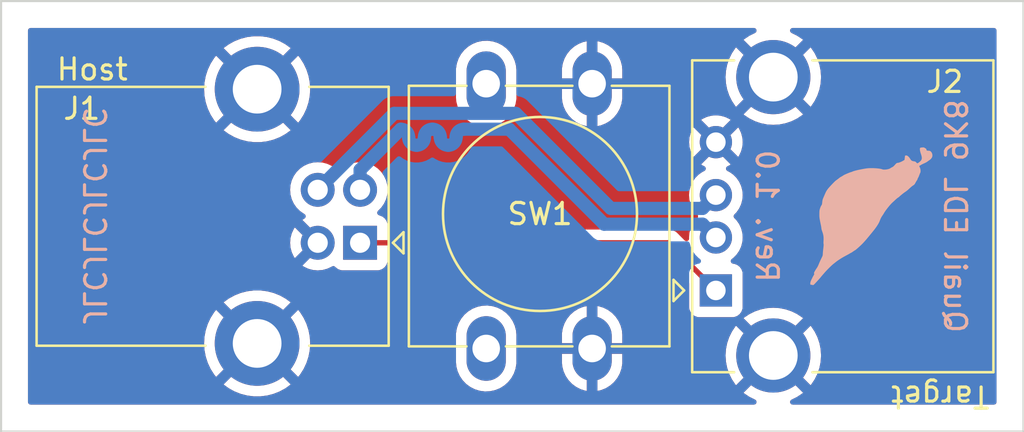
<source format=kicad_pcb>
(kicad_pcb (version 20221018) (generator pcbnew)
  (layers (0 "F.Cu" signal) (31 "B.Cu" signal) (34 "B.Paste" user) (35 "F.Paste" user) (36 "B.SilkS" user "B.Silkscreen") (37 "F.SilkS" user "F.Silkscreen") (38 "B.Mask" user) (39 "F.Mask" user) (44 "Edge.Cuts" user))
  (net 0 "")
  (net 1 "VBUS")
  (net 2 "/D-")
  (net 3 "/D+")
  (net 4 "GND")
  (footprint "Connector_USB:USB_B_Lumberg_2411_02_Horizontal" (layer "F.Cu") (at 131.2475 95.23 180)
    (fp_text reference "J1" (at 13.1375 6.33 180) (layer "F.SilkS"))
    (fp_text value "USB_HOST")
    (fp_line (start -2.05 -0.5) (end -2.05 0.5) (stroke (width 0.12)) (layer "F.SilkS"))
    (fp_line (start -2.05 0.5) (end -1.55 0) (stroke (width 0.12)) (layer "F.SilkS"))
    (fp_line (start -1.55 0) (end -2.05 -0.5) (stroke (width 0.12)) (layer "F.SilkS"))
    (fp_line (start -1.35 -4.86) (end 2.4 -4.86) (stroke (width 0.12)) (layer "F.SilkS"))
    (fp_line (start -1.35 7.36) (end -1.35 -4.86) (stroke (width 0.12)) (layer "F.SilkS"))
    (fp_line (start -1.35 7.36) (end 2.4 7.36) (stroke (width 0.12)) (layer "F.SilkS"))
    (fp_line (start 15.27 -4.86) (end 7.3 -4.86) (stroke (width 0.12)) (layer "F.SilkS"))
    (fp_line (start 15.27 7.36) (end 7.3 7.36) (stroke (width 0.12)) (layer "F.SilkS"))
    (fp_line (start 15.27 7.36) (end 15.27 -4.86) (stroke (width 0.12)) (layer "F.SilkS"))
    (pad "1" thru_hole rect (at 0 0 270) (size 1.6 1.6) (drill 0.95) (layers "*.Cu" "*.Mask") (net 1 "VBUS"))
    (pad "2" thru_hole circle (at 0 2.5 270) (size 1.6 1.6) (drill 0.95) (layers "*.Cu" "*.Mask") (net 2 "/D-"))
    (pad "3" thru_hole circle (at 2 2.5 270) (size 1.6 1.6) (drill 0.95) (layers "*.Cu" "*.Mask") (net 3 "/D+"))
    (pad "4" thru_hole circle (at 2 0 270) (size 1.6 1.6) (drill 0.95) (layers "*.Cu" "*.Mask") (net 4 "GND"))
    (pad "5" thru_hole circle (at 4.86 -4.75 270) (size 4 4) (drill 2.3) (layers "*.Cu" "*.Mask") (net 4 "GND"))
    (pad "5" thru_hole circle (at 4.86 7.25 270) (size 4 4) (drill 2.3) (layers "*.Cu" "*.Mask") (net 4 "GND"))
  )
  (footprint "LOGO" (layer "F.Cu") (at 154.94 93.932614 -90)
    (fp_text reference "G***" hide)
    (fp_text value "LOGO" hide)
    (fp_poly (pts (xy -2.749471 -3.310371) (xy -2.72769 -3.29989) (xy -2.687002 -3.273819) (xy -2.65437 -3.245943) (xy -2.623722 -3.210338) (xy -2.595756 -3.171133) (xy -2.569887 -3.133849) (xy -2.543928 -3.097798) (xy -2.525335 -3.073163) (xy -2.50992 -3.049319) (xy -2.489449 -3.01171) (xy -2.466685 -2.965659) (xy -2.446058 -2.920338) (xy -2.424331 -2.872354) (xy -2.403177 -2.828962) (xy -2.385072 -2.79505) (xy -2.37287 -2.775962) (xy -2.355413 -2.74973) (xy -2.344662 -2.725264) (xy -2.344623 -2.725112) (xy -2.333069 -2.706352) (xy -2.311384 -2.704066) (xy -2.278449 -2.718208) (xy -2.272082 -2.721979) (xy -2.224417 -2.743886) (xy -2.168746 -2.758406) (xy -2.110775 -2.765124) (xy -2.056215 -2.763625) (xy -2.010772 -2.753492) (xy -1.989488 -2.742555) (xy -1.966079 -2.728568) (xy -1.948037 -2.722211) (xy -1.947494 -2.722184) (xy -1.93014 -2.717713) (xy -1.903149 -2.706913) (xy -1.892367 -2.701908) (xy -1.864312 -2.68959) (xy -1.842972 -2.682377) (xy -1.83838 -2.681633) (xy -1.823109 -2.676341) (xy -1.797108 -2.663062) (xy -1.775364 -2.650345) (xy -1.743692 -2.63316) (xy -1.715811 -2.621926) (xy -1.703021 -2.619407) (xy -1.67897 -2.612349) (xy -1.661568 -2.600017) (xy -1.64451 -2.587139) (xy -1.613956 -2.56786) (xy -1.57478 -2.545155) (xy -1.545551 -2.529196) (xy -1.500059 -2.504153) (xy -1.468558 -2.484011) (xy -1.446352 -2.464942) (xy -1.428745 -2.443114) (xy -1.416553 -2.423996) (xy -1.389362 -2.383567) (xy -1.351498 -2.335363) (xy -1.30142 -2.277536) (xy -1.237584 -2.208239) (xy -1.227202 -2.197244) (xy -1.19448 -2.16086) (xy -1.161014 -2.11954) (xy -1.123674 -2.069212) (xy -1.079332 -2.005801) (xy -1.072513 -1.995832) (xy -1.050436 -1.965371) (xy -1.020716 -1.926913) (xy -0.986663 -1.884461) (xy -0.951591 -1.842018) (xy -0.918812 -1.803586) (xy -0.891637 -1.77317) (xy -0.873379 -1.754771) (xy -0.872281 -1.753836) (xy -0.855867 -1.735007) (xy -0.838381 -1.707632) (xy -0.835522 -1.702273) (xy -0.82048 -1.679451) (xy -0.794848 -1.646959) (xy -0.762638 -1.609699) (xy -0.737927 -1.582988) (xy -0.699835 -1.542574) (xy -0.661545 -1.501159) (xy -0.628665 -1.464841) (xy -0.613998 -1.448186) (xy -0.571907 -1.403792) (xy -0.516592 -1.351732) (xy -0.451754 -1.294958) (xy -0.381096 -1.236423) (xy -0.308321 -1.179079) (xy -0.23713 -1.125878) (xy -0.171227 -1.079773) (xy -0.114314 -1.043716) (xy -0.089402 -1.029866) (xy -0.060871 -1.01318) (xy -0.02397 -0.989098) (xy 0.013334 -0.96282) (xy 0.013507 -0.962693) (xy 0.08836 -0.914512) (xy 0.171077 -0.872801) (xy 0.242347 -0.84563) (xy 0.305391 -0.820794) (xy 0.379896 -0.782836) (xy 0.463037 -0.733508) (xy 0.551988 -0.674562) (xy 0.643923 -0.607751) (xy 0.712651 -0.553926) (xy 0.830455 -0.458454) (xy 0.933541 -0.374326) (xy 1.023446 -0.300192) (xy 1.101708 -0.234703) (xy 1.169863 -0.176508) (xy 1.22945 -0.124256) (xy 1.282006 -0.076599) (xy 1.329068 -0.032186) (xy 1.372175 0.010334) (xy 1.412863 0.052309) (xy 1.45267 0.095091) (xy 1.456229 0.098991) (xy 1.521881 0.171625) (xy 1.574311 0.230915) (xy 1.613238 0.27653) (xy 1.638386 0.308143) (xy 1.649473 0.325423) (xy 1.650021 0.327624) (xy 1.65568 0.339437) (xy 1.670954 0.363936) (xy 1.693289 0.397156) (xy 1.711896 0.423672) (xy 1.737718 0.460921) (xy 1.758255 0.492555) (xy 1.770941 0.514495) (xy 1.773772 0.521892) (xy 1.779205 0.536709) (xy 1.792952 0.560974) (xy 1.801128 0.57349) (xy 1.815349 0.596533) (xy 1.836581 0.633713) (xy 1.862476 0.680789) (xy 1.890683 0.733519) (xy 1.906197 0.763134) (xy 1.952242 0.848166) (xy 2.003233 0.936195) (xy 2.056438 1.022897) (xy 2.109125 1.103945) (xy 2.158564 1.175016) (xy 2.202024 1.231784) (xy 2.202497 1.232359) (xy 2.235212 1.27274) (xy 2.270056 1.316705) (xy 2.296583 1.350954) (xy 2.325186 1.385603) (xy 2.365942 1.430976) (xy 2.415744 1.48392) (xy 2.471489 1.541281) (xy 2.530071 1.599904) (xy 2.588386 1.656635) (xy 2.643327 1.708322) (xy 2.687734 1.748277) (xy 2.757394 1.809016) (xy 2.813275 1.857461) (xy 2.857018 1.895013) (xy 2.890265 1.923073) (xy 2.914657 1.943042) (xy 2.929044 1.954243) (xy 2.94837 1.970125) (xy 2.98001 1.997694) (xy 3.02126 2.034501) (xy 3.069413 2.078097) (xy 3.121767 2.126033) (xy 3.175615 2.175859) (xy 3.228254 2.225127) (xy 3.229861 2.226641) (xy 3.269898 2.267289) (xy 3.293017 2.298168) (xy 3.299823 2.320383) (xy 3.290924 2.335038) (xy 3.289824 2.335751) (xy 3.283561 2.349252) (xy 3.281025 2.374634) (xy 3.281137 2.38112) (xy 3.280059 2.414736) (xy 3.270749 2.433787) (xy 3.249052 2.442174) (xy 3.214353 2.443822) (xy 3.169858 2.438984) (xy 3.118809 2.423872) (xy 3.079596 2.40791) (xy 3.041187 2.390595) (xy 3.009541 2.375479) (xy 2.989858 2.365079) (xy 2.986782 2.363036) (xy 2.96787 2.352636) (xy 2.952307 2.346791) (xy 2.933248 2.338404) (xy 2.902271 2.322123) (xy 2.864974 2.30094) (xy 2.851012 2.29265) (xy 2.809763 2.26909) (xy 2.782388 2.25671) (xy 2.766167 2.254438) (xy 2.760974 2.25715) (xy 2.741537 2.266878) (xy 2.727956 2.268778) (xy 2.707634 2.26328) (xy 2.674557 2.248351) (xy 2.632902 2.22634) (xy 2.586843 2.199597) (xy 2.540558 2.170472) (xy 2.49822 2.141312) (xy 2.488289 2.13395) (xy 2.449156 2.108917) (xy 2.395137 2.080832) (xy 2.331207 2.052197) (xy 2.30263 2.040621) (xy 2.241375 2.015369) (xy 2.170756 1.984373) (xy 2.099604 1.951605) (xy 2.038016 1.921672) (xy 1.984773 1.895073) (xy 1.945211 1.8764) (xy 1.91466 1.864166) (xy 1.888448 1.856886) (xy 1.861905 1.853074) (xy 1.83036 1.851243) (xy 1.815023 1.850724) (xy 1.773561 1.848382) (xy 1.71771 1.843768) (xy 1.653507 1.837453) (xy 1.58699 1.83001) (xy 1.555739 1.82617) (xy 1.48235 1.817467) (xy 1.427241 1.81241) (xy 1.388417 1.810883) (xy 1.363879 1.812769) (xy 1.357276 1.814579) (xy 1.334395 1.818723) (xy 1.297964 1.820488) (xy 1.254953 1.819598) (xy 1.245305 1.819019) (xy 1.141883 1.814066) (xy 1.053261 1.814845) (xy 0.974259 1.821959) (xy 0.899701 1.836008) (xy 0.824408 1.857595) (xy 0.780471 1.873023) (xy 0.729847 1.890585) (xy 0.682349 1.904954) (xy 0.643339 1.914639) (xy 0.618338 1.918149) (xy 0.590027 1.920283) (xy 0.548792 1.925985) (xy 0.501814 1.9342) (xy 0.482406 1.938083) (xy 0.385185 1.958286) (xy 0.305295 1.974638) (xy 0.23988 1.987533) (xy 0.186086 1.997362) (xy 0.141059 2.004518) (xy 0.101944 2.009393) (xy 0.065887 2.012379) (xy 0.030034 2.01387) (xy -0.008469 2.014256) (xy -0.052478 2.013931) (xy -0.068049 2.013742) (xy -0.132542 2.012658) (xy -0.181397 2.01084) (xy -0.219602 2.007663) (xy -0.252143 2.002503) (xy -0.284009 1.994737) (xy -0.320186 1.98374) (xy -0.328043 1.981206) (xy -0.373617 1.964941) (xy -0.415532 1.947362) (xy -0.447141 1.931357) (xy -0.455934 1.92566) (xy -0.479591 1.909252) (xy -0.501596 1.897817) (xy -0.527079 1.889917) (xy -0.561169 1.884114) (xy -0.608992 1.878973) (xy -0.629043 1.877142) (xy -0.699162 1.867969) (xy -0.7583 1.853075) (xy -0.799228 1.837633) (xy -0.876845 1.804529) (xy -0.938327 1.778186) (xy -0.986544 1.757339) (xy -1.024362 1.740726) (xy -1.054647 1.727083) (xy -1.080268 1.715147) (xy -1.104091 1.703654) (xy -1.111265 1.700129) (xy -1.150558 1.678083) (xy -1.196789 1.648202) (xy -1.241302 1.616152) (xy -1.250485 1.608991) (xy -1.286766 1.578835) (xy -1.331213 1.539813) (xy -1.381008 1.494616) (xy -1.433332 1.445934) (xy -1.485368 1.396459) (xy -1.534298 1.34888) (xy -1.577303 1.305888) (xy -1.611565 1.270172) (xy -1.634267 1.244424) (xy -1.639248 1.237854) (xy -1.661625 1.206511) (xy -1.689506 1.168673) (xy -1.719471 1.128837) (xy -1.748101 1.091501) (xy -1.771976 1.06116) (xy -1.787677 1.042313) (xy -1.789158 1.04071) (xy -1.801679 1.024333) (xy -1.804709 1.016483) (xy -1.809655 1.005017) (xy -1.822331 0.981593) (xy -1.839493 0.95172) (xy -1.857897 0.920904) (xy -1.874299 0.894651) (xy -1.885457 0.87847) (xy -1.887117 0.876573) (xy -1.897239 0.860948) (xy -1.912975 0.829994) (xy -1.932659 0.787674) (xy -1.954627 0.737948) (xy -1.977214 0.68478) (xy -1.998754 0.632132) (xy -2.017583 0.583967) (xy -2.032035 0.544245) (xy -2.040446 0.516931) (xy -2.0419 0.508241) (xy -2.046329 0.491711) (xy -2.057394 0.46573) (xy -2.061882 0.456651) (xy -2.077445 0.41899) (xy -2.095196 0.363306) (xy -2.114539 0.292011) (xy -2.134877 0.20752) (xy -2.155612 0.112243) (xy -2.176148 0.008596) (xy -2.186298 -0.046407) (xy -2.20013 -0.125099) (xy -2.210357 -0.189029) (xy -2.21754 -0.243637) (xy -2.222242 -0.294359) (xy -2.225025 -0.346635) (xy -2.226451 -0.405903) (xy -2.226818 -0.43825) (xy -2.225902 -0.533706) (xy -2.221755 -0.628427) (xy -2.214757 -0.718771) (xy -2.205287 -0.801097) (xy -2.193722 -0.871766) (xy -2.180442 -0.927137) (xy -2.173945 -0.946255) (xy -2.163403 -0.977721) (xy -2.157699 -1.008765) (xy -2.156067 -1.046424) (xy -2.157639 -1.095789) (xy -2.16426 -1.161681) (xy -2.176673 -1.225342) (xy -2.193478 -1.281747) (xy -2.213276 -1.325872) (xy -2.227276 -1.345798) (xy -2.241911 -1.367003) (xy -2.259007 -1.398797) (xy -2.268646 -1.419858) (xy -2.293229 -1.463539) (xy -2.33087 -1.506432) (xy -2.354625 -1.528141) (xy -2.401287 -1.569257) (xy -2.434202 -1.600503) (xy -2.455702 -1.624927) (xy -2.468118 -1.645579) (xy -2.473781 -1.665508) (xy -2.47503 -1.68563) (xy -2.47998 -1.718728) (xy -2.493468 -1.764248) (xy -2.513453 -1.816909) (xy -2.537894 -1.871428) (xy -2.564749 -1.922524) (xy -2.57012 -1.931683) (xy -2.614424 -2.00572) (xy -2.712307 -2.017658) (xy -2.754471 -2.022878) (xy -2.787869 -2.027162) (xy -2.807972 -2.02992) (xy -2.81176 -2.030592) (xy -2.815851 -2.039864) (xy -2.823515 -2.060807) (xy -2.823626 -2.061124) (xy -2.826228 -2.098914) (xy -2.810471 -2.140812) (xy -2.777759 -2.185017) (xy -2.729495 -2.22973) (xy -2.667081 -2.273152) (xy -2.650818 -2.282798) (xy -2.607166 -2.31301) (xy -2.577753 -2.347474) (xy -2.559296 -2.39153) (xy -2.548715 -2.448812) (xy -2.543004 -2.487505) (xy -2.534904 -2.513366) (xy -2.520742 -2.534149) (xy -2.497409 -2.55709) (xy -2.473678 -2.581641) (xy -2.458059 -2.60328) (xy -2.454405 -2.6135) (xy -2.461009 -2.63252) (xy -2.478476 -2.661581) (xy -2.503287 -2.695937) (xy -2.531924 -2.730845) (xy -2.560868 -2.761561) (xy -2.571509 -2.771404) (xy -2.614207 -2.801539) (xy -2.660823 -2.818787) (xy -2.71426 -2.823273) (xy -2.777421 -2.815119) (xy -2.85321 -2.794448) (xy -2.882379 -2.784588) (xy -2.966795 -2.757568) (xy -3.040176 -2.739452) (xy -3.100854 -2.73046) (xy -3.14716 -2.730816) (xy -3.177427 -2.74074) (xy -3.182276 -2.744726) (xy -3.192998 -2.766798) (xy -3.200365 -2.808469) (xy -3.203203 -2.842817) (xy -3.205051 -2.885828) (xy -3.203772 -2.914147) (xy -3.198504 -2.933581) (xy -3.188383 -2.949938) (xy -3.187042 -2.951666) (xy -3.172426 -2.972534) (xy -3.165677 -2.986659) (xy -3.165633 -2.987132) (xy -3.15665 -3.006855) (xy -3.136396 -3.026927) (xy -3.112873 -3.040351) (xy -3.102447 -3.042383) (xy -3.076789 -3.045441) (xy -3.060821 -3.056733) (xy -3.052244 -3.080045) (xy -3.048754 -3.119166) (xy -3.048418 -3.131306) (xy -3.045999 -3.174056) (xy -3.039618 -3.20382) (xy -3.027338 -3.228138) (xy -3.021378 -3.236637) (xy -2.980098 -3.276563) (xy -2.926805 -3.305075) (xy -2.866962 -3.320998) (xy -2.80603 -3.323156)) (fill solid) (layer "B.SilkS"))
  )
  (footprint "Connector_USB:USB_A_CONNFLY_DS1095-WNR0" (layer "F.Cu") (at 148.0425 97.48 90)
    (fp_text reference "J2" (at 9.85 10.8075) (layer "F.SilkS"))
    (fp_text value "USB_TARGET")
    (fp_line (start -3.86 -1.12) (end -3.86 0.86) (stroke (width 0.12)) (layer "F.SilkS"))
    (fp_line (start -3.86 -1.12) (end 10.86 -1.12) (stroke (width 0.12)) (layer "F.SilkS"))
    (fp_line (start -3.86 4.56) (end -3.86 13.1) (stroke (width 0.12)) (layer "F.SilkS"))
    (fp_line (start -3.86 13.1) (end 10.86 13.1) (stroke (width 0.12)) (layer "F.SilkS"))
    (fp_line (start -0.5 -2) (end 0 -1.5) (stroke (width 0.12)) (layer "F.SilkS"))
    (fp_line (start 0 -1.5) (end 0.5 -2) (stroke (width 0.12)) (layer "F.SilkS"))
    (fp_line (start 0.5 -2) (end -0.5 -2) (stroke (width 0.12)) (layer "F.SilkS"))
    (fp_line (start 10.86 0.86) (end 10.86 -1.12) (stroke (width 0.12)) (layer "F.SilkS"))
    (fp_line (start 10.86 4.56) (end 10.86 13.1) (stroke (width 0.12)) (layer "F.SilkS"))
    (pad "1" thru_hole rect (at 0 0 90) (size 1.524 1.524) (drill 0.92) (layers "*.Cu" "*.Mask") (net 1 "VBUS"))
    (pad "2" thru_hole circle (at 2.5 0 90) (size 1.524 1.524) (drill 0.92) (layers "*.Cu" "*.Mask") (net 2 "/D-"))
    (pad "3" thru_hole circle (at 4.5 0 90) (size 1.524 1.524) (drill 0.92) (layers "*.Cu" "*.Mask") (net 3 "/D+"))
    (pad "4" thru_hole circle (at 7 0 90) (size 1.524 1.524) (drill 0.92) (layers "*.Cu" "*.Mask") (net 4 "GND"))
    (pad "5" thru_hole circle (at -3.07 2.71 90) (size 3.5 3.5) (drill 2.3) (layers "*.Cu" "*.Mask") (net 4 "GND"))
    (pad "5" thru_hole circle (at 10.07 2.71 90) (size 3.5 3.5) (drill 2.3) (layers "*.Cu" "*.Mask") (net 4 "GND"))
  )
  (footprint "Button_Switch_THT:SW_PUSH-12mm" (layer "F.Cu") (at 137.2 100.22 90)
    (fp_text reference "SW1" (at 6.35 2.54 180) (layer "F.SilkS"))
    (fp_text value "EDL_BTN")
    (fp_line (start 0.1 -3.65) (end 12.4 -3.65) (stroke (width 0.12)) (layer "F.SilkS"))
    (fp_line (start 0.1 -0.93) (end 0.1 -3.65) (stroke (width 0.12)) (layer "F.SilkS"))
    (fp_line (start 0.1 4.07) (end 0.1 0.93) (stroke (width 0.12)) (layer "F.SilkS"))
    (fp_line (start 0.1 8.65) (end 0.1 5.93) (stroke (width 0.12)) (layer "F.SilkS"))
    (fp_line (start 12.4 -3.65) (end 12.4 -0.93) (stroke (width 0.12)) (layer "F.SilkS"))
    (fp_line (start 12.4 0.93) (end 12.4 4.07) (stroke (width 0.12)) (layer "F.SilkS"))
    (fp_line (start 12.4 5.93) (end 12.4 8.65) (stroke (width 0.12)) (layer "F.SilkS"))
    (fp_line (start 12.4 8.65) (end 0.1 8.65) (stroke (width 0.12)) (layer "F.SilkS"))
    (fp_circle (center 6.35 2.54) (end 10.16 5.08) (stroke (width 0.12)) (fill none) (layer "F.SilkS"))
    (pad "1" thru_hole oval (at 0 0 90) (size 3.048 1.85) (drill 1.3) (layers "*.Cu" "*.Mask") (net 3 "/D+"))
    (pad "1" thru_hole oval (at 12.5 0 90) (size 3.048 1.85) (drill 1.3) (layers "*.Cu" "*.Mask") (net 3 "/D+"))
    (pad "2" thru_hole oval (at 0 5 90) (size 3.048 1.85) (drill 1.3) (layers "*.Cu" "*.Mask") (net 4 "GND"))
    (pad "2" thru_hole oval (at 12.5 5 90) (size 3.048 1.85) (drill 1.3) (layers "*.Cu" "*.Mask") (net 4 "GND"))
  )
  (gr_line (start 114.3 83.82) (end 162.56 83.82) (stroke (width 0.1)) (layer "Edge.Cuts"))
  (gr_line (start 162.56 83.82) (end 162.56 104.14) (stroke (width 0.1)) (layer "Edge.Cuts"))
  (gr_line (start 114.3 104.14) (end 114.3 83.82) (stroke (width 0.1)) (layer "Edge.Cuts"))
  (gr_line (start 162.56 104.14) (end 114.3 104.14) (stroke (width 0.1)) (layer "Edge.Cuts"))
  (gr_text "Rev. 1.0" (at 149.86 97.186548 -90) (layer "B.SilkS") (effects (font (size 1 1)) (justify left bottom mirror)))
  (gr_text "JLCJLCJLCJLC" (at 118.11 99.210358 -90) (layer "B.SilkS") (effects (font (size 1 1)) (justify left bottom mirror)))
  (gr_text "Quail EDL 9K8" (at 158.75 99.567501 -90) (layer "B.SilkS") (effects (font (size 1 1)) (justify left bottom mirror)))
  (gr_text "Host" (at 116.84 87.63) (layer "F.SilkS") (effects (font (size 1 1)) (justify left bottom)))
  (gr_text "Target" (at 161.0425 101.906921 180) (layer "F.SilkS") (effects (font (size 1 1)) (justify left bottom)))
  (segment (start 145.7925 95.23) (end 148.0425 97.48) (width 0.25) (layer "F.Cu") (net 1))
  (segment (start 131.2475 95.23) (end 145.7925 95.23) (width 0.25) (layer "F.Cu") (net 1))
  (segment (start 134.285883 90.254774) (end 134.285883 90.242035) (width 0.62) (layer "B.Cu") (net 2))
  (segment (start 135.779883 90.254797) (end 135.779883 90.242035) (width 0.62) (layer "B.Cu") (net 2))
  (segment (start 147.416 94.3535) (end 148.0425 94.98) (width 0.62) (layer "B.Cu") (net 2))
  (segment (start 133.538883 90.242035) (end 133.538883 90.254774) (width 0.62) (layer "B.Cu") (net 2))
  (segment (start 136.153383 89.868535) (end 138.287089 89.868535) (width 0.62) (layer "B.Cu") (net 2))
  (segment (start 131.2475 91.786418) (end 133.165383 89.868535) (width 0.62) (layer "B.Cu") (net 2))
  (segment (start 135.032883 90.242035) (end 135.032883 90.254797) (width 0.62) (layer "B.Cu") (net 2))
  (segment (start 142.772054 94.3535) (end 147.416 94.3535) (width 0.62) (layer "B.Cu") (net 2))
  (segment (start 131.2475 92.73) (end 131.2475 91.786418) (width 0.62) (layer "B.Cu") (net 2))
  (segment (start 138.287089 89.868535) (end 142.772054 94.3535) (width 0.62) (layer "B.Cu") (net 2))
  (arc (start 134.285883 90.242035) (mid 134.395279 89.977931) (end 134.659383 89.868535) (width 0.62) (layer "B.Cu") (net 2))
  (arc (start 135.406383 90.628297) (mid 135.670487 90.518901) (end 135.779883 90.254797) (width 0.62) (layer "B.Cu") (net 2))
  (arc (start 135.032883 90.254797) (mid 135.142279 90.518901) (end 135.406383 90.628297) (width 0.62) (layer "B.Cu") (net 2))
  (arc (start 135.779883 90.242035) (mid 135.889279 89.977931) (end 136.153383 89.868535) (width 0.62) (layer "B.Cu") (net 2))
  (arc (start 134.659383 89.868535) (mid 134.923487 89.977931) (end 135.032883 90.242035) (width 0.62) (layer "B.Cu") (net 2))
  (arc (start 133.538883 90.254774) (mid 133.648279 90.518878) (end 133.912383 90.628274) (width 0.62) (layer "B.Cu") (net 2))
  (arc (start 133.912383 90.628274) (mid 134.176487 90.518878) (end 134.285883 90.254774) (width 0.62) (layer "B.Cu") (net 2))
  (arc (start 133.165383 89.868535) (mid 133.429487 89.977931) (end 133.538883 90.242035) (width 0.62) (layer "B.Cu") (net 2))
  (segment (start 143.081474 93.6065) (end 138.596509 89.121535) (width 0.62) (layer "B.Cu") (net 3))
  (segment (start 138.596509 89.121535) (end 132.855965 89.121535) (width 0.62) (layer "B.Cu") (net 3))
  (segment (start 147.416 93.6065) (end 143.081474 93.6065) (width 0.62) (layer "B.Cu") (net 3))
  (segment (start 132.855965 89.121535) (end 129.2475 92.73) (width 0.62) (layer "B.Cu") (net 3))
  (segment (start 148.0425 92.98) (end 147.416 93.6065) (width 0.62) (layer "B.Cu") (net 3))
  (zone (net 4) (net_name "GND") (layer "F.Cu") (connect_pads (clearance 0.5)) (min_thickness 0.25) (fill yes (thermal_gap 0.5) (thermal_bridge_width 0.5))
    (polygon (pts (xy 115.57 85.09) (xy 115.57 102.87) (xy 161.29 102.87) (xy 161.29 85.09)))
  )
  (zone (net 4) (net_name "GND") (layer "B.Cu") (priority 1) (connect_pads (clearance 0.5)) (min_thickness 0.25) (fill yes (thermal_gap 0.5) (thermal_bridge_width 0.5))
    (polygon (pts (xy 115.57 85.09) (xy 115.57 102.87) (xy 161.29 102.87) (xy 161.29 85.09)))
  )
)
</source>
